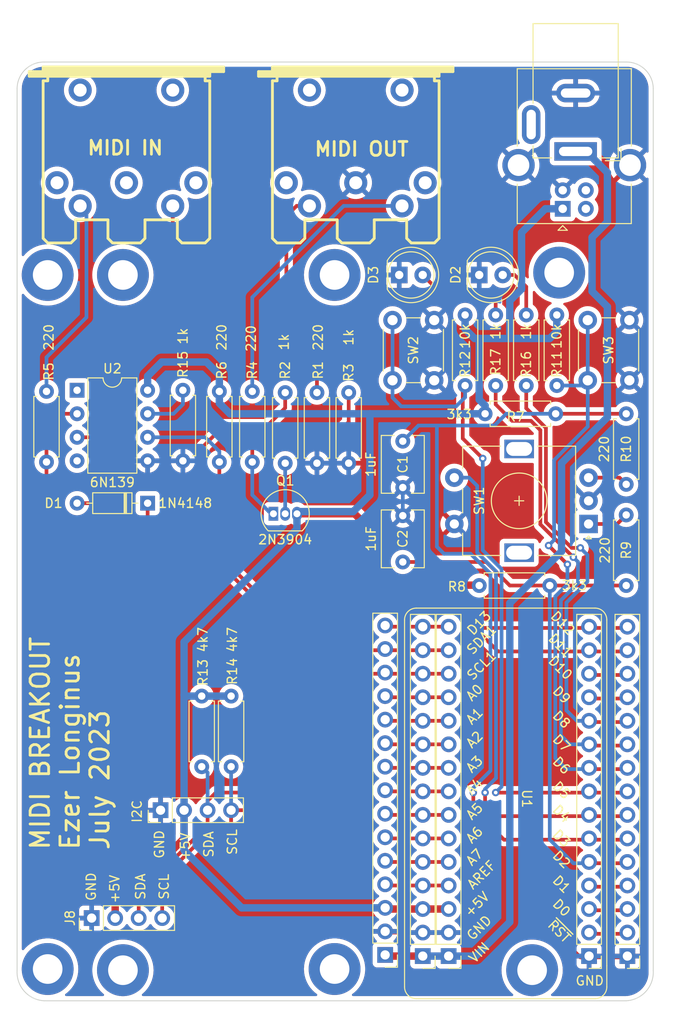
<source format=kicad_pcb>
(kicad_pcb (version 20211014) (generator pcbnew)
  (layers (0 "F.Cu" signal) (31 "B.Cu" signal) (34 "B.Paste" user) (35 "F.Paste" user) (36 "B.SilkS" user "B.Silkscreen") (37 "F.SilkS" user "F.Silkscreen") (38 "B.Mask" user) (39 "F.Mask" user) (44 "Edge.Cuts" user))
  (net 0 "")
  (net 1 "GND")
  (net 2 "+5V")
  (net 5 "Net-(J2-Pad5)")
  (net 8 "Net-(J2-Pad4)")
  (net 9 "TX1")
  (net 10 "RX1")
  (net 11 "Net-(D1-Pad1)")
  (net 12 "Net-(D1-Pad2)")
  (net 14 "Net-(J3-Pad4)")
  (net 19 "Net-(Q1-Pad1)")
  (net 20 "SDA1")
  (net 21 "SCL1")
  (net 22 "D3")
  (net 23 "D2")
  (net 24 "Net-(J5-Pad2)")
  (net 25 "Net-(J5-Pad3)")
  (net 26 "D4")
  (net 27 "Net-(J5-Pad4)")
  (net 28 "Net-(J5-Pad12)")
  (net 29 "Net-(J5-Pad13)")
  (net 30 "Net-(J6-Pad4)")
  (net 31 "Net-(J6-Pad5)")
  (net 32 "Net-(J6-Pad6)")
  (net 33 "Net-(J6-Pad7)")
  (net 34 "Net-(J6-Pad8)")
  (net 35 "Net-(J6-Pad9)")
  (net 36 "Net-(J6-Pad10)")
  (net 37 "Net-(J6-Pad11)")
  (net 38 "Net-(J6-Pad12)")
  (net 39 "Net-(J6-Pad15)")
  (net 40 "Net-(Q1-Pad2)")
  (net 41 "Net-(R15-Pad1)")
  (net 42 "D5")
  (net 43 "D6")
  (net 44 "+VDC")
  (net 46 "Net-(R9-Pad2)")
  (net 47 "Net-(R10-Pad2)")
  (net 48 "D7")
  (net 49 "D8")
  (net 50 "Net-(D2-Pad2)")
  (net 51 "Net-(D3-Pad2)")
  (footprint "Package_DIP:DIP-8_W7.62mm" (layer "F.Cu") (at 119.888 90.932)
    (fp_text reference "U2")
    (fp_text value "6N139")
  )
  (footprint "Diode_THT:D_DO-35_SOD27_P7.62mm_Horizontal" (layer "F.Cu") (at 127.508 103.124 180)
    (fp_text reference "D1")
    (fp_text value "1N4148")
  )
  (footprint "Connector_PinHeader_2.54mm:PinHeader_1x04_P2.54mm_Vertical" (layer "F.Cu") (at 128.905 136.271 90)
    (fp_text reference "J4")
    (fp_text value "I2C")
  )
  (footprint "Resistor_THT:R_Axial_DIN0207_L6.3mm_D2.5mm_P7.62mm_Horizontal" (layer "F.Cu") (at 179.197 93.472 -90)
    (fp_text reference "R10")
    (fp_text value "220")
  )
  (footprint "Connector_PinHeader_2.54mm:PinHeader_1x04_P2.54mm_Vertical" (layer "F.Cu") (at 121.463 147.916 90)
    (fp_text reference "J8")
    (fp_text value "I2C")
  )
  (footprint "LED_THT:LED_D5.0mm" (layer "F.Cu") (at 163.322 78.486)
    (fp_text reference "D2")
    (fp_text value "LED")
  )
  (footprint "Connector_BarrelJack:BarrelJack_GCT_DCJ200-10-A_Horizontal" (layer "F.Cu") (at 173.736 65.151 180)
    (fp_text reference "J7")
    (fp_text value "Barrel_Jack_Switch")
  )
  (footprint "Package_TO_SOT_THT:TO-92_Inline" (layer "F.Cu") (at 141.097 104.267)
    (fp_text reference "Q1")
    (fp_text value "2N3904")
  )
  (footprint "Connector_PinHeader_2.54mm:PinHeader_1x15_P2.54mm_Vertical" (layer "F.Cu") (at 179.324 152.019 180)
    (fp_text reference "J5")
    (fp_text value "Conn_01x15_Male")
  )
  (footprint "Resistor_THT:R_Axial_DIN0207_L6.3mm_D2.5mm_P7.62mm_Horizontal" (layer "F.Cu") (at 135.255 98.679 90)
    (fp_text reference "R6")
    (fp_text value "220")
  )
  (footprint "Resistor_THT:R_Axial_DIN0207_L6.3mm_D2.5mm_P7.62mm_Horizontal" (layer "F.Cu") (at 171.577 93.472 180)
    (fp_text reference "R7")
    (fp_text value "3k3")
  )
  (footprint "MountingHole:MountingHole_3.2mm_M3_DIN965_Pad" (layer "F.Cu") (at 171.958 78.232)
    (fp_text reference "H4")
    (fp_text value "MountingHole")
  )
  (footprint "Resistor_THT:R_Axial_DIN0207_L6.3mm_D2.5mm_P7.62mm_Horizontal" (layer "F.Cu") (at 145.796 91.186 -90)
    (fp_text reference "R1")
    (fp_text value "220")
  )
  (footprint "w_conn_av:din-5" (layer "F.Cu") (at 125.222 65.532 180)
    (fp_text reference "J3")
    (fp_text value "MIDI IN")
  )
  (footprint "Resistor_THT:R_Axial_DIN0207_L6.3mm_D2.5mm_P7.62mm_Horizontal" (layer "F.Cu") (at 165.1 90.424 90)
    (fp_text reference "R17")
    (fp_text value "1k")
  )
  (footprint "Resistor_THT:R_Axial_DIN0207_L6.3mm_D2.5mm_P7.62mm_Horizontal" (layer "F.Cu") (at 138.811 98.679 90)
    (fp_text reference "R4")
    (fp_text value "220")
  )
  (footprint "Resistor_THT:R_Axial_DIN0207_L6.3mm_D2.5mm_P7.62mm_Horizontal" (layer "F.Cu") (at 179.197 112.014 90)
    (fp_text reference "R9")
    (fp_text value "220")
  )
  (footprint "MountingHole:MountingHole_3.2mm_M3_DIN965_Pad" (layer "F.Cu") (at 147.701 153.416)
    (fp_text reference "H6")
    (fp_text value "MountingHole")
  )
  (footprint "MountingHole:MountingHole_3.2mm_M3_DIN965_Pad" (layer "F.Cu") (at 147.701 78.486)
    (fp_text reference "H8")
    (fp_text value "MountingHole")
  )
  (footprint "Resistor_THT:R_Axial_DIN0207_L6.3mm_D2.5mm_P7.62mm_Horizontal" (layer "F.Cu") (at 149.225 91.186 -90)
    (fp_text reference "R3")
    (fp_text value "1k")
  )
  (footprint "Resistor_THT:R_Axial_DIN0207_L6.3mm_D2.5mm_P7.62mm_Horizontal" (layer "F.Cu") (at 171.704 90.424 90)
    (fp_text reference "R11")
    (fp_text value "10k")
  )
  (footprint "Resistor_THT:R_Axial_DIN0207_L6.3mm_D2.5mm_P7.62mm_Horizontal" (layer "F.Cu") (at 116.586 91.059 -90)
    (fp_text reference "R5")
    (fp_text value "220")
  )
  (footprint "MountingHole:MountingHole_3.2mm_M3_DIN965_Pad" (layer "F.Cu") (at 169.037 153.035)
    (fp_text reference "H1")
    (fp_text value "MountingHole")
  )
  (footprint "Button_Switch_THT:SW_PUSH_6mm" (layer "F.Cu") (at 175.042 89.864 90)
    (fp_text reference "SW3")
    (fp_text value "SW_Push")
  )
  (footprint "LED_THT:LED_D5.0mm" (layer "F.Cu") (at 154.681 78.486)
    (fp_text reference "D3")
    (fp_text value "LED")
  )
  (footprint "Capacitor_THT:C_Disc_D6.0mm_W4.4mm_P5.00mm" (layer "F.Cu") (at 155.067 96.433 -90)
    (fp_text reference "C1")
    (fp_text value "1uF")
  )
  (footprint "Capacitor_THT:C_Disc_D6.0mm_W4.4mm_P5.00mm" (layer "F.Cu") (at 155.067 109.474 90)
    (fp_text reference "C2")
    (fp_text value "1uF")
  )
  (footprint "Resistor_THT:R_Axial_DIN0207_L6.3mm_D2.5mm_P7.62mm_Horizontal" (layer "F.Cu") (at 142.367 91.186 -90)
    (fp_text reference "R2")
    (fp_text value "1k")
  )
  (footprint "Connector_PinHeader_2.54mm:PinHeader_1x15_P2.54mm_Vertical" (layer "F.Cu") (at 160.02 152.019 180)
    (fp_text reference "J9")
    (fp_text value "Conn_01x15_Male")
  )
  (footprint "MountingHole:MountingHole_3.2mm_M3_DIN965_Pad" (layer "F.Cu") (at 116.713 153.416)
    (fp_text reference "H7")
    (fp_text value "MountingHole")
  )
  (footprint "w_conn_av:din-5" (layer "F.Cu") (at 149.987 65.532 180)
    (fp_text reference "J2")
    (fp_text value "MIDI OUT")
  )
  (footprint "MountingHole:MountingHole_3.2mm_M3_DIN965_Pad" (layer "F.Cu") (at 116.713 78.486)
    (fp_text reference "H5")
    (fp_text value "MountingHole")
  )
  (footprint "MountingHole:MountingHole_3.2mm_M3_DIN965_Pad" (layer "F.Cu") (at 124.841 78.486)
    (fp_text reference "H3")
    (fp_text value "MountingHole")
  )
  (footprint "Resistor_THT:R_Axial_DIN0207_L6.3mm_D2.5mm_P7.62mm_Horizontal" (layer "F.Cu") (at 168.402 90.424 90)
    (fp_text reference "R16")
    (fp_text value "1k")
  )
  (footprint "Resistor_THT:R_Axial_DIN0207_L6.3mm_D2.5mm_P7.62mm_Horizontal" (layer "F.Cu") (at 133.35 131.572 90)
    (fp_text reference "R13")
    (fp_text value "4k7")
  )
  (footprint "Resistor_THT:R_Axial_DIN0207_L6.3mm_D2.5mm_P7.62mm_Horizontal" (layer "F.Cu") (at 161.798 90.424 90)
    (fp_text reference "R12")
    (fp_text value "10k")
  )
  (footprint "Button_Switch_THT:SW_PUSH_6mm" (layer "F.Cu") (at 153.96 89.864 90)
    (fp_text reference "SW2")
    (fp_text value "SW_Push")
  )
  (footprint "Rotary_Encoder:RotaryEncoder_Alps_EC11E-Switch_Vertical_H20mm" (layer "F.Cu") (at 175.133 105.37 180)
    (fp_text reference "SW1")
    (fp_text value "RotaryEncoder_Switch")
  )
  (footprint "Resistor_THT:R_Axial_DIN0207_L6.3mm_D2.5mm_P7.62mm_Horizontal" (layer "F.Cu") (at 131.318 90.932 -90)
    (fp_text reference "R15")
    (fp_text value "1k")
  )
  (footprint "Resistor_THT:R_Axial_DIN0207_L6.3mm_D2.5mm_P7.62mm_Horizontal" (layer "F.Cu") (at 136.525 131.572 90)
    (fp_text reference "R14")
    (fp_text value "4k7")
  )
  (footprint "Connector_USB:USB_B_OST_USB-B1HSxx_Horizontal" (layer "F.Cu") (at 172.339 71.342 90)
    (fp_text reference "J1")
    (fp_text value "USB_B")
  )
  (footprint "MountingHole:MountingHole_3.2mm_M3_DIN965_Pad" (layer "F.Cu") (at 124.841 153.543)
    (fp_text reference "H2")
    (fp_text value "MountingHole")
  )
  (footprint "Resistor_THT:R_Axial_DIN0207_L6.3mm_D2.5mm_P7.62mm_Horizontal" (layer "F.Cu") (at 170.942 112.014 180)
    (fp_text reference "R8")
    (fp_text value "3k3")
  )
  (footprint "EzerLonginus:ATMega328pb_breakout" (layer "F.Cu") (at 166.1795 134.7724 180)
    (fp_text reference "U1")
    (fp_text value "ATMega328pb_breakout")
  )
  (footprint "Connector_PinHeader_2.54mm:PinHeader_1x15_P2.54mm_Vertical" (layer "F.Cu") (at 153.162 151.892 180)
    (fp_text reference "J6")
    (fp_text value "Conn_01x15_Male")
  )
  (gr_arc (start 179.197 55.499) (mid 181.249308 56.322791) (end 182.118 58.3565) (layer "Edge.Cuts") (width 0.1))
  (gr_line (start 113.411 153.6065) (end 113.411 58.3565) (layer "Edge.Cuts") (width 0.1))
  (gr_arc (start 116.332 156.845) (mid 114.200785 155.830709) (end 113.411 153.6065) (layer "Edge.Cuts") (width 0.1))
  (gr_line (start 179.197 156.845) (end 116.332 156.845) (layer "Edge.Cuts") (width 0.1))
  (gr_line (start 182.118 58.3565) (end 182.118 153.6065) (layer "Edge.Cuts") (width 0.1))
  (gr_line (start 116.332 55.499) (end 179.197 55.499) (layer "Edge.Cuts") (width 0.1))
  (gr_arc (start 113.411 58.3565) (mid 114.279692 56.322791) (end 116.332 55.499) (layer "Edge.Cuts") (width 0.1))
  (gr_arc (start 182.118 153.6065) (mid 181.328215 155.830709) (end 179.197 156.845) (layer "Edge.Cuts") (width 0.1))
  (gr_text "+5V" (at 123.952 144.78 90) (layer "F.SilkS") (effects (font (size 1 1))))
  (gr_text "GND\n" (at 175.26 154.686) (layer "F.SilkS") (effects (font (size 1 1))))
  (gr_text "D7" (at 172.212 129.032 -45) (layer "F.SilkS") (effects (font (size 1 1))))
  (gr_text "D0" (at 172.212 146.812 -45) (layer "F.SilkS") (effects (font (size 1 1))))
  (gr_text "+5V" (at 131.572 140.208 90) (layer "F.SilkS") (effects (font (size 1 1))))
  (gr_text "D3" (at 172.212 139.319 -45) (layer "F.SilkS") (effects (font (size 1 1))))
  (gr_text "A4" (at 162.814 133.731 45) (layer "F.SilkS") (effects (font (size 1 1))))
  (gr_text "A5" (at 162.814 136.398 45) (layer "F.SilkS") (effects (font (size 1 1))))
  (gr_text "D10" (at 172.085 120.904 -45) (layer "F.SilkS") (effects (font (size 1 1))))
  (gr_text "A3" (at 162.814 131.318 45) (layer "F.SilkS") (effects (font (size 1 1))))
  (gr_text "D8" (at 172.212 126.492 -45) (layer "F.SilkS") (effects (font (size 1 1))))
  (gr_text "AREF" (at 163.576 143.256 45) (layer "F.SilkS") (effects (font (size 1 1))))
  (gr_text "SCL1" (at 163.576 120.65 45) (layer "F.SilkS") (effects (font (size 1 1))))
  (gr_text "D13" (at 163.322 116.078 45) (layer "F.SilkS") (effects (font (size 1 1))))
  (gr_text "MIDI BREAKOUT\nEzer Longinus\nJuly 2023" (at 119.126 140.716 90) (layer "F.SilkS") (effects (font (size 2 2) (thickness 0.3)) (justify left)))
  (gr_text "A6" (at 162.814 138.938 45) (layer "F.SilkS") (effects (font (size 1 1))))
  (gr_text "D1" (at 172.212 144.272 -45) (layer "F.SilkS") (effects (font (size 1 1))))
  (gr_text "SDA" (at 126.746 144.526 90) (layer "F.SilkS") (effects (font (size 1 1))))
  (gr_text "D6" (at 172.212 131.445 -45) (layer "F.SilkS") (effects (font (size 1 1))))
  (gr_text "~{RST}" (at 171.958 149.352 -45) (layer "F.SilkS") (effects (font (size 1 1))))
  (gr_text "D12" (at 172.339 116.078 -45) (layer "F.SilkS") (effects (font (size 1 1))))
  (gr_text "D9" (at 172.212 123.825 -45) (layer "F.SilkS") (effects (font (size 1 1))))
  (gr_text "SCL" (at 129.286 144.526 90) (layer "F.SilkS") (effects (font (size 1 1))))
  (gr_text "A1" (at 162.814 126.111 45) (layer "F.SilkS") (effects (font (size 1 1))))
  (gr_text "D11" (at 172.085 118.491 -45) (layer "F.SilkS") (effects (font (size 1 1))))
  (gr_text "D4" (at 172.212 136.652 -45) (layer "F.SilkS") (effects (font (size 1 1))))
  (gr_text "+5V\n" (at 163.068 146.431 45) (layer "F.SilkS") (effects (font (size 1 1))))
  (gr_text "GND" (at 128.778 139.954 90) (layer "F.SilkS") (effects (font (size 1 1))))
  (gr_text "A7" (at 162.814 141.351 45) (layer "F.SilkS") (effects (font (size 1 1))))
  (gr_text "D5" (at 172.212 134.112 -45) (layer "F.SilkS") (effects (font (size 1 1))))
  (gr_text "A0" (at 162.814 123.571 45) (layer "F.SilkS") (effects (font (size 1 1))))
  (gr_text "SDA1" (at 163.576 117.856 45) (layer "F.SilkS") (effects (font (size 1 1))))
  (gr_text "GND" (at 163.322 148.971 45) (layer "F.SilkS") (effects (font (size 1 1))))
  (gr_text "GND" (at 121.412 144.526 90) (layer "F.SilkS") (effects (font (size 1 1))))
  (gr_text "VIN\n" (at 163.322 151.638 45) (layer "F.SilkS") (effects (font (size 1 1))))
  (gr_text "SDA" (at 134.112 139.954 90) (layer "F.SilkS") (effects (font (size 1 1))))
  (gr_text "SCL" (at 136.652 139.7 90) (layer "F.SilkS") (effects (font (size 1 1))))
  (gr_text "A2" (at 162.814 128.651 45) (layer "F.SilkS") (effects (font (size 1 1))))
  (gr_text "D2" (at 172.212 141.605 -45) (layer "F.SilkS") (effects (font (size 1 1))))
  (segment (start 174.252 152.154) (end 175.176 152.154) (width 0.4) (layer "F.Cu") (net 1))
  (segment (start 157.226 149.479) (end 171.577 149.479) (width 0.4) (layer "F.Cu") (net 1))
  (segment (start 179.189 152.154) (end 179.197 152.146) (width 0.4) (layer "F.Cu") (net 1))
  (segment (start 171.577 149.479) (end 174.252 152.154) (width 0.4) (layer "F.Cu") (net 1))
  (segment (start 153.162 149.479) (end 157.226 149.479) (width 0.4) (layer "F.Cu") (net 1))
  (segment (start 145.796 98.806) (end 149.225 98.806) (width 0.4) (layer "F.Cu") (net 1))
  (segment (start 175.176 152.154) (end 179.189 152.154) (width 0.4) (layer "F.Cu") (net 1))
  (segment (start 155.067 104.474) (end 155.067 101.433) (width 0.4) (layer "B.Cu") (net 1))
  (segment (start 160.02 146.939) (end 157.226 146.939) (width 0.8) (layer "F.Cu") (net 2))
  (segment (start 128.27 142.494) (end 125.73 142.494) (width 0.8) (layer "F.Cu") (net 2))
  (segment (start 149.86 104.267) (end 151.511 105.918) (width 0.8) (layer "F.Cu") (net 2))
  (segment (start 125.73 142.494) (end 124.003 144.221) (width 0.8) (layer "F.Cu") (net 2))
  (segment (start 153.543 111.976) (end 151.511 109.944) (width 0.8) (layer "F.Cu") (net 2))
  (segment (start 151.511 105.918) (end 151.511 109.944) (width 0.8) (layer "F.Cu") (net 2))
  (segment (start 131.445 136.271) (end 131.445 139.319) (width 0.8) (layer "F.Cu") (net 2))
  (segment (start 163.284 111.976) (end 153.543 111.976) (width 0.8) (layer "F.Cu") (net 2))
  (segment (start 163.322 112.014) (end 163.284 111.976) (width 0.8) (layer "F.Cu") (net 2))
  (segment (start 124.003 144.221) (end 124.003 147.916) (width 0.8) (layer "F.Cu") (net 2))
  (segment (start 131.445 139.319) (end 128.27 142.494) (width 0.8) (layer "F.Cu") (net 2))
  (segment (start 143.637 104.267) (end 149.86 104.267) (width 0.8) (layer "F.Cu") (net 2))
  (segment (start 157.226 146.939) (end 153.289 146.939) (width 0.8) (layer "F.Cu") (net 2))
  (segment (start 153.289 146.939) (end 153.162 146.812) (width 0.8) (layer "F.Cu") (net 2))
  (segment (start 131.445 118.11) (end 131.445 123.825) (width 0.8) (layer "B.Cu") (net 2))
  (segment (start 127.508 89.408) (end 129.032 87.884) (width 0.8) (layer "B.Cu") (net 2))
  (segment (start 163.957 92.583) (end 163.322 91.948) (width 0.8) (layer "B.Cu") (net 2))
  (segment (start 167.894 73.914) (end 167.894 80.01) (width 0.8) (layer "B.Cu") (net 2))
  (segment (start 170.942 85.344) (end 171.704 84.582) (width 0.8) (layer "B.Cu") (net 2))
  (segment (start 127.508 90.932) (end 127.508 89.408) (width 0.8) (layer "B.Cu") (net 2))
  (segment (start 163.957 93.472) (end 163.957 92.583) (width 0.8) (layer "B.Cu") (net 2))
  (segment (start 171.704 84.582) (end 171.704 82.804) (width 0.8) (layer "B.Cu") (net 2))
  (segment (start 149.712 104.034) (end 143.637 104.034) (width 0.8) (layer "B.Cu") (net 2))
  (segment (start 136.398 93.472) (end 151.511 93.472) (width 0.8) (layer "B.Cu") (net 2))
  (segment (start 161.798 84.328) (end 162.814 85.344) (width 0.8) (layer "B.Cu") (net 2))
  (segment (start 133.858 87.884) (end 135.255 89.281) (width 0.8) (layer "B.Cu") (net 2))
  (segment (start 135.255 92.329) (end 136.398 93.472) (width 0.8) (layer "B.Cu") (net 2))
  (segment (start 143.637 104.034) (end 143.637 105.918) (width 0.8) (layer "B.Cu") (net 2))
  (segment (start 162.814 85.344) (end 163.322 85.344) (width 0.8) (layer "B.Cu") (net 2))
  (segment (start 133.35 123.952) (end 131.572 123.952) (width 0.8) (layer "B.Cu") (net 2))
  (segment (start 163.957 93.472) (end 151.511 93.472) (width 0.8) (layer "B.Cu") (net 2))
  (segment (start 166.624 85.344) (end 170.942 85.344) (width 0.8) (layer "B.Cu") (net 2))
  (segment (start 131.445 136.271) (end 131.445 123.825) (width 0.8) (layer "B.Cu") (net 2))
  (segment (start 131.445 140.589) (end 137.668 146.812) (width 0.8) (layer "B.Cu") (net 2))
  (segment (start 163.322 91.948) (end 163.322 85.344) (width 0.8) (layer "B.Cu") (net 2))
  (segment (start 167.894 80.01) (end 166.624 81.28) (width 0.8) (layer "B.Cu") (net 2))
  (segment (start 151.511 102.235) (end 149.712 104.034) (width 0.8) (layer "B.Cu") (net 2))
  (segment (start 170.466 71.342) (end 167.894 73.914) (width 0.8) (layer "B.Cu") (net 2))
  (segment (start 143.637 105.918) (end 131.445 118.11) (width 0.8) (layer "B.Cu") (net 2))
  (segment (start 166.624 81.28) (end 166.624 85.344) (width 0.8) (layer "B.Cu") (net 2))
  (segment (start 133.35 123.952) (end 136.525 123.952) (width 0.8) (layer "B.Cu") (net 2))
  (segment (start 131.572 123.952) (end 131.445 123.825) (width 0.8) (layer "B.Cu") (net 2))
  (segment (start 135.255 91.059) (end 135.255 92.329) (width 0.8) (layer "B.Cu") (net 2))
  (segment (start 131.445 136.271) (end 131.445 140.589) (width 0.8) (layer "B.Cu") (net 2))
  (segment (start 161.798 82.804) (end 161.798 84.328) (width 0.8) (layer "B.Cu") (net 2))
  (segment (start 172.339 71.342) (end 170.466 71.342) (width 0.8) (layer "B.Cu") (net 2))
  (segment (start 135.255 89.281) (end 135.255 91.059) (width 0.8) (layer "B.Cu") (net 2))
  (segment (start 151.511 93.472) (end 151.511 102.235) (width 0.8) (layer "B.Cu") (net 2))
  (segment (start 137.668 146.812) (end 153.162 146.812) (width 0.8) (layer "B.Cu") (net 2))
  (segment (start 129.032 87.884) (end 133.858 87.884) (width 0.8) (layer "B.Cu") (net 2))
  (segment (start 163.322 85.344) (end 166.624 85.344) (width 0.8) (layer "B.Cu") (net 2))
  (segment (start 154.987 71.032) (end 148.678 71.032) (width 0.4) (layer "B.Cu") (net 5))
  (segment (start 138.811 80.899) (end 138.811 91.059) (width 0.4) (layer "B.Cu") (net 5))
  (segment (start 148.678 71.032) (end 138.811 80.899) (width 0.4) (layer "B.Cu") (net 5))
  (segment (start 143.598 71.032) (end 142.494 72.136) (width 0.4) (layer "F.Cu") (net 8))
  (segment (start 145.796 85.344) (end 142.494 82.042) (width 0.4) (layer "F.Cu") (net 8))
  (segment (start 145.796 91.186) (end 145.796 85.344) (width 0.4) (layer "F.Cu") (net 8))
  (segment (start 142.494 82.042) (end 142.494 72.136) (width 0.4) (layer "F.Cu") (net 8))
  (segment (start 144.987 71.032) (end 143.598 71.032) (width 0.4) (layer "F.Cu") (net 8))
  (segment (start 142.367 92.837) (end 142.367 91.186) (width 0.4) (layer "F.Cu") (net 9))
  (segment (start 139.065 113.411) (end 133.477 107.823) (width 0.4) (layer "F.Cu") (net 9))
  (segment (start 159.639 113.411) (end 139.065 113.411) (width 0.4) (layer "F.Cu") (net 9))
  (segment (start 179.189 119.134) (end 179.197 119.126) (width 0.4) (layer "F.Cu") (net 9))
  (segment (start 133.477 97.028) (end 135.763 94.742) (width 0.4) (layer "F.Cu") (net 9))
  (segment (start 140.462 94.742) (end 142.367 92.837) (width 0.4) (layer "F.Cu") (net 9))
  (segment (start 175.176 119.134) (end 165.362 119.134) (width 0.4) (layer "F.Cu") (net 9))
  (segment (start 175.176 119.134) (end 179.189 119.134) (width 0.4) (layer "F.Cu") (net 9))
  (segment (start 135.763 94.742) (end 140.462 94.742) (width 0.4) (layer "F.Cu") (net 9))
  (segment (start 165.362 119.134) (end 159.639 113.411) (width 0.4) (layer "F.Cu") (net 9))
  (segment (start 133.477 107.823) (end 133.477 97.028) (width 0.4) (layer "F.Cu") (net 9))
  (segment (start 175.176 116.594) (end 163.670528 116.594) (width 0.4) (layer "F.Cu") (net 10))
  (segment (start 139.278528 112.776) (end 135.255 108.752472) (width 0.4) (layer "F.Cu") (net 10))
  (segment (start 159.852528 112.776) (end 139.278528 112.776) (width 0.4) (layer "F.Cu") (net 10))
  (segment (start 163.670528 116.594) (end 159.852528 112.776) (width 0.4) (layer "F.Cu") (net 10))
  (segment (start 179.189 116.594) (end 179.197 116.586) (width 0.4) (layer "F.Cu") (net 10))
  (segment (start 135.255 108.752472) (end 135.255 98.679) (width 0.4) (layer "F.Cu") (net 10))
  (segment (start 175.176 116.594) (end 179.189 116.594) (width 0.4) (layer "F.Cu") (net 10))
  (segment (start 135.255 97.536) (end 135.255 98.679) (width 0.4) (layer "B.Cu") (net 10))
  (segment (start 127.508 96.012) (end 133.731 96.012) (width 0.4) (layer "B.Cu") (net 10))
  (segment (start 133.731 96.012) (end 135.255 97.536) (width 0.4) (layer "B.Cu") (net 10))
  (segment (start 118.11 106.172) (end 119.38 106.172) (width 0.4) (layer "F.Cu") (net 11))
  (segment (start 118.11 93.472) (end 116.586 94.996) (width 0.4) (layer "F.Cu") (net 11))
  (segment (start 127.508 103.124) (end 127.508 105.156) (width 0.4) (layer "F.Cu") (net 11))
  (segment (start 116.586 94.996) (end 116.586 98.679) (width 0.4) (layer "F.Cu") (net 11))
  (segment (start 119.888 93.472) (end 118.11 93.472) (width 0.4) (layer "F.Cu") (net 11))
  (segment (start 116.586 104.648) (end 118.11 106.172) (width 0.4) (layer "F.Cu") (net 11))
  (segment (start 116.586 98.679) (end 116.586 104.648) (width 0.4) (layer "F.Cu") (net 11))
  (segment (start 126.492 106.172) (end 119.38 106.172) (width 0.4) (layer "F.Cu") (net 11))
  (segment (start 127.508 105.156) (end 126.492 106.172) (width 0.4) (layer "F.Cu") (net 11))
  (segment (start 119.888 96.012) (end 122.428 96.012) (width 0.4) (layer "F.Cu") (net 12))
  (segment (start 122.428 102.108) (end 122.428 96.012) (width 0.4) (layer "F.Cu") (net 12))
  (segment (start 119.888 103.124) (end 121.412 103.124) (width 0.4) (layer "F.Cu") (net 12))
  (segment (start 130.222 81.614) (end 122.428 89.408) (width 0.4) (layer "F.Cu") (net 12))
  (segment (start 129.54 70.858) (end 129.333 70.651) (width 0.4) (layer "F.Cu") (net 12))
  (segment (start 121.412 103.124) (end 122.428 102.108) (width 0.4) (layer "F.Cu") (net 12))
  (segment (start 130.222 71.032) (end 130.222 81.614) (width 0.4) (layer "F.Cu") (net 12))
  (segment (start 129.333 70.659) (end 129.333 70.651) (width 0.4) (layer "F.Cu") (net 12))
  (segment (start 122.428 89.408) (end 122.428 96.012) (width 0.4) (layer "F.Cu") (net 12))
  (segment (start 120.904 71.714) (end 120.222 71.032) (width 0.4) (layer "B.Cu") (net 14))
  (segment (start 116.586 87.376) (end 120.904 83.058) (width 0.4) (layer "B.Cu") (net 14))
  (segment (start 116.586 91.059) (end 116.586 87.376) (width 0.4) (layer "B.Cu") (net 14))
  (segment (start 120.904 83.058) (end 120.904 71.714) (width 0.4) (layer "B.Cu") (net 14))
  (segment (start 147.828 95.758) (end 140.081 95.758) (width 0.4) (layer "F.Cu") (net 19))
  (segment (start 140.081 95.758) (end 138.811 97.028) (width 0.4) (layer "F.Cu") (net 19))
  (segment (start 138.811 97.028) (end 138.811 98.679) (width 0.4) (layer "F.Cu") (net 19))
  (segment (start 149.225 94.361) (end 147.828 95.758) (width 0.4) (layer "F.Cu") (net 19))
  (segment (start 149.225 91.186) (end 149.225 94.361) (width 0.4) (layer "F.Cu") (net 19))
  (segment (start 138.811 102.235) (end 140.61 104.034) (width 0.4) (layer "B.Cu") (net 19))
  (segment (start 140.61 104.034) (end 141.097 104.034) (width 0.4) (layer "B.Cu") (net 19))
  (segment (start 138.811 98.679) (end 138.811 102.235) (width 0.4) (layer "B.Cu") (net 19))
  (segment (start 126.543 145.35237) (end 133.985 137.91037) (width 0.4) (layer "F.Cu") (net 20))
  (segment (start 133.985 135.255) (end 133.985 136.271) (width 0.4) (layer "F.Cu") (net 20))
  (segment (start 160.02 118.999) (end 157.226 118.999) (width 0.4) (layer "F.Cu") (net 20))
  (segment (start 157.226 118.999) (end 151.257 118.999) (width 0.4) (layer "F.Cu") (net 20))
  (segment (start 148.249472 134.366) (end 134.874 134.366) (width 0.4) (layer "F.Cu") (net 20))
  (segment (start 134.874 134.366) (end 133.985 135.255) (width 0.4) (layer "F.Cu") (net 20))
  (segment (start 149.387 133.228472) (end 148.249472 134.366) (width 0.4) (layer "F.Cu") (net 20))
  (segment (start 151.257 118.999) (end 149.387 120.869) (width 0.4) (layer "F.Cu") (net 20))
  (segment (start 133.985 137.91037) (end 133.985 136.271) (width 0.4) (layer "F.Cu") (net 20))
  (segment (start 126.543 147.916) (end 126.543 145.35237) (width 0.4) (layer "F.Cu") (net 20))
  (segment (start 149.387 120.869) (end 149.387 133.228472) (width 0.4) (layer "F.Cu") (net 20))
  (segment (start 133.985 136.271) (end 133.985 132.207) (width 0.4) (layer "B.Cu") (net 20))
  (segment (start 133.985 132.207) (end 133.35 131.572) (width 0.4) (layer "B.Cu") (net 20))
  (segment (start 133.297898 139.446) (end 134.874 139.446) (width 0.4) (layer "F.Cu") (net 21))
  (segment (start 149.987 123.19) (end 151.638 121.539) (width 0.4) (layer "F.Cu") (net 21))
  (segment (start 147.193 136.271) (end 149.987 133.477) (width 0.4) (layer "F.Cu") (net 21))
  (segment (start 136.525 136.271) (end 147.193 136.271) (width 0.4) (layer "F.Cu") (net 21))
  (segment (start 129.083 143.660898) (end 133.297898 139.446) (width 0.4) (layer "F.Cu") (net 21))
  (segment (start 129.083 147.916) (end 129.083 143.660898) (width 0.4) (layer "F.Cu") (net 21))
  (segment (start 136.525 137.795) (end 136.525 136.271) (width 0.4) (layer "F.Cu") (net 21))
  (segment (start 134.874 139.446) (end 136.525 137.795) (width 0.4) (layer "F.Cu") (net 21))
  (segment (start 149.987 133.477) (end 149.987 123.19) (width 0.4) (layer "F.Cu") (net 21))
  (segment (start 151.638 121.539) (end 157.226 121.539) (width 0.4) (layer "F.Cu") (net 21))
  (segment (start 160.02 121.539) (end 157.226 121.539) (width 0.4) (layer "F.Cu") (net 21))
  (segment (start 136.525 131.572) (end 136.525 136.271) (width 0.4) (layer "B.Cu") (net 21))
  (segment (start 179.197 93.472) (end 171.577 93.472) (width 0.4) (layer "F.Cu") (net 22))
  (segment (start 175.176 139.454) (end 165.997 139.454) (width 0.4) (layer "F.Cu") (net 22))
  (segment (start 175.176 139.454) (end 179.189 139.454) (width 0.4) (layer "F.Cu") (net 22))
  (segment (start 162.687 136.144) (end 162.687 134.366) (width 0.4) (layer "F.Cu") (net 22))
  (segment (start 165.997 139.454) (end 162.687 136.144) (width 0.4) (layer "F.Cu") (net 22))
  (segment (start 179.189 139.454) (end 179.197 139.446) (width 0.4) (layer "F.Cu") (net 22))
  (via (at 162.687 134.366) (size 0.8) (drill 0.4) (layers "F.Cu" "B.Cu") (net 22))
  (segment (start 158.75 94.742) (end 164.973 94.742) (width 0.4) (layer "B.Cu") (net 22))
  (segment (start 162.687 133.858) (end 164.535 132.01) (width 0.4) (layer "B.Cu") (net 22))
  (segment (start 162.386944 108.585) (end 159.512 108.585) (width 0.4) (layer "B.Cu") (net 22))
  (segment (start 155.067 96.433) (end 156.758 94.742) (width 0.4) (layer "B.Cu") (net 22))
  (segment (start 164.973 94.742) (end 166.243 93.472) (width 0.4) (layer "B.Cu") (net 22))
  (segment (start 158.75 107.823) (end 158.75 94.742) (width 0.4) (layer "B.Cu") (net 22))
  (segment (start 156.758 94.742) (end 158.75 94.742) (width 0.4) (layer "B.Cu") (net 22))
  (segment (start 166.243 93.472) (end 171.577 93.472) (width 0.4) (layer "B.Cu") (net 22))
  (segment (start 159.512 108.585) (end 158.75 107.823) (width 0.4) (layer "B.Cu") (net 22))
  (segment (start 162.687 134.366) (end 162.687 133.858) (width 0.4) (layer "B.Cu") (net 22))
  (segment (start 164.535 110.733056) (end 162.386944 108.585) (width 0.4) (layer "B.Cu") (net 22))
  (segment (start 164.535 132.01) (end 164.535 110.733056) (width 0.4) (layer "B.Cu") (net 22))
  (segment (start 179.197 112.014) (end 170.942 112.014) (width 0.4) (layer "F.Cu") (net 23))
  (segment (start 175.176 141.994) (end 179.189 141.994) (width 0.4) (layer "F.Cu") (net 23))
  (segment (start 179.189 141.994) (end 179.197 141.986) (width 0.4) (layer "F.Cu") (net 23))
  (segment (start 155.067 109.474) (end 164.084 109.474) (width 0.4) (layer "F.Cu") (net 23))
  (segment (start 166.624 112.014) (end 170.942 112.014) (width 0.4) (layer "F.Cu") (net 23))
  (segment (start 164.084 109.474) (end 166.624 112.014) (width 0.4) (layer "F.Cu") (net 23))
  (segment (start 170.942 112.014) (end 170.942 139.446) (width 0.4) (layer "B.Cu") (net 23))
  (segment (start 170.942 139.446) (end 173.49 141.994) (width 0.4) (layer "B.Cu") (net 23))
  (segment (start 173.49 141.994) (end 175.176 141.994) (width 0.4) (layer "B.Cu") (net 23))
  (segment (start 175.176 149.614) (end 179.189 149.614) (width 0.4) (layer "F.Cu") (net 24))
  (segment (start 179.189 149.614) (end 179.197 149.606) (width 0.4) (layer "F.Cu") (net 24))
  (segment (start 179.189 147.074) (end 179.197 147.066) (width 0.4) (layer "F.Cu") (net 25))
  (segment (start 175.176 147.074) (end 179.189 147.074) (width 0.4) (layer "F.Cu") (net 25))
  (segment (start 175.176 136.914) (end 165.235 136.914) (width 0.4) (layer "F.Cu") (net 26))
  (segment (start 163.957 135.636) (end 163.957 134.366) (width 0.4) (layer "F.Cu") (net 26))
  (segment (start 165.235 136.914) (end 163.957 135.636) (width 0.4) (layer "F.Cu") (net 26))
  (segment (start 179.189 136.914) (end 179.197 136.906) (width 0.4) (layer "F.Cu") (net 26))
  (segment (start 175.176 136.914) (end 179.189 136.914) (width 0.4) (layer "F.Cu") (net 26))
  (via (at 163.957 134.366) (size 0.8) (drill 0.4) (layers "F.Cu" "B.Cu") (net 26))
  (segment (start 163.103 108.452528) (end 163.103 101.254) (width 0.4) (layer "B.Cu") (net 26))
  (segment (start 163.957 134.366) (end 163.957 133.985) (width 0.4) (layer "B.Cu") (net 26))
  (segment (start 163.957 133.985) (end 165.135 132.807) (width 0.4) (layer "B.Cu") (net 26))
  (segment (start 162.219 100.37) (end 160.633 100.37) (width 0.4) (layer "B.Cu") (net 26))
  (segment (start 163.103 101.254) (end 162.219 100.37) (width 0.4) (layer "B.Cu") (net 26))
  (segment (start 165.135 132.807) (end 165.135 110.484528) (width 0.4) (layer "B.Cu") (net 26))
  (segment (start 165.135 110.484528) (end 163.103 108.452528) (width 0.4) (layer "B.Cu") (net 26))
  (segment (start 175.176 144.534) (end 179.189 144.534) (width 0.4) (layer "F.Cu") (net 27))
  (segment (start 179.189 144.534) (end 179.197 144.526) (width 0.4) (layer "F.Cu") (net 27))
  (segment (start 175.176 124.214) (end 179.189 124.214) (width 0.4) (layer "F.Cu") (net 28))
  (segment (start 179.189 124.214) (end 179.197 124.206) (width 0.4) (layer "F.Cu") (net 28))
  (segment (start 179.189 121.674) (end 179.197 121.666) (width 0.4) (layer "F.Cu") (net 29))
  (segment (start 175.176 121.674) (end 179.189 121.674) (width 0.4) (layer "F.Cu") (net 29))
  (segment (start 160.02 144.399) (end 157.226 144.399) (width 0.4) (layer "F.Cu") (net 30))
  (segment (start 153.162 144.399) (end 157.226 144.399) (width 0.4) (layer "F.Cu") (net 30))
  (segment (start 153.162 141.859) (end 157.226 141.859) (width 0.4) (layer "F.Cu") (net 31))
  (segment (start 160.02 141.859) (end 157.226 141.859) (width 0.4) (layer "F.Cu") (net 31))
  (segment (start 160.02 139.319) (end 157.226 139.319) (width 0.4) (layer "F.Cu") (net 32))
  (segment (start 153.162 139.319) (end 157.226 139.319) (width 0.4) (layer "F.Cu") (net 32))
  (segment (start 160.02 136.779) (end 157.226 136.779) (width 0.4) (layer "F.Cu") (net 33))
  (segment (start 153.162 136.779) (end 157.226 136.779) (width 0.4) (layer "F.Cu") (net 33))
  (segment (start 153.162 134.239) (end 157.226 134.239) (width 0.4) (layer "F.Cu") (net 34))
  (segment (start 160.02 134.239) (end 157.226 134.239) (width 0.4) (layer "F.Cu") (net 34))
  (segment (start 160.02 131.699) (end 157.226 131.699) (width 0.4) (layer "F.Cu") (net 35))
  (segment (start 153.162 131.699) (end 157.226 131.699) (width 0.4) (layer "F.Cu") (net 35))
  (segment (start 160.02 129.159) (end 157.226 129.159) (width 0.4) (layer "F.Cu") (net 36))
  (segment (start 153.162 129.159) (end 157.226 129.159) (width 0.4) (layer "F.Cu") (net 36))
  (segment (start 153.162 126.619) (end 157.226 126.619) (width 0.4) (layer "F.Cu") (net 37))
  (segment (start 160.02 126.619) (end 157.226 126.619) (width 0.4) (layer "F.Cu") (net 37))
  (segment (start 153.162 124.079) (end 157.226 124.079) (width 0.4) (layer "F.Cu") (net 38))
  (segment (start 160.02 124.079) (end 157.226 124.079) (width 0.4) (layer "F.Cu") (net 38))
  (segment (start 160.02 116.459) (end 157.226 116.459) (width 0.4) (layer "F.Cu") (net 39))
  (segment (start 153.162 116.459) (end 157.226 116.459) (width 0.4) (layer "F.Cu") (net 39))
  (segment (start 142.367 98.806) (end 142.367 104.034) (width 0.4) (layer "B.Cu") (net 40))
  (segment (start 131.318 92.456) (end 131.318 90.932) (width 0.4) (layer "B.Cu") (net 41))
  (segment (start 127.508 93.472) (end 130.302 93.472) (width 0.4) (layer "B.Cu") (net 41))
  (segment (start 130.302 93.472) (end 131.318 92.456) (width 0.4) (layer "B.Cu") (net 41))
  (segment (start 161.544 90.678) (end 161.798 90.424) (width 0.4) (layer "F.Cu") (net 42))
  (segment (start 161.544 96.139) (end 161.544 90.678) (width 0.4) (layer "F.Cu") (net 42))
  (segment (start 175.176 134.374) (end 165.108 134.374) (width 0.4) (layer "F.Cu") (net 42))
  (segment (start 163.703 98.298) (end 161.544 96.139) (width 0.4) (layer "F.Cu") (net 42))
  (segment (start 165.108 134.374) (end 165.1 134.366) (width 0.4) (layer "F.Cu") (net 42))
  (segment (start 175.176 134.374) (end 179.189 134.374) (width 0.4) (layer "F.Cu") (net 42))
  (segment (start 179.189 134.374) (end 179.197 134.366) (width 0.4) (layer "F.Cu") (net 42))
  (via (at 165.1 134.366) (size 0.8) (drill 0.4) (layers "F.Cu" "B.Cu") (net 42))
  (via (at 163.703 98.298) (size 0.8) (drill 0.4) (layers "F.Cu" "B.Cu") (net 42))
  (segment (start 165.1 134.366) (end 165.735 133.731) (width 0.4) (layer "B.Cu") (net 42))
  (segment (start 165.735 133.731) (end 165.735 110.236) (width 0.4) (layer "B.Cu") (net 42))
  (segment (start 161.798 91.694) (end 161.798 90.424) (width 0.4) (layer "B.Cu") (net 42))
  (segment (start 153.96 87.594) (end 153.96 89.939) (width 0.4) (layer "B.Cu") (net 42))
  (segment (start 153.96 83.439) (end 153.96 87.594) (width 0.4) (layer "B.Cu") (net 42))
  (segment (start 163.703 108.204) (end 163.703 98.298) (width 0.4) (layer "B.Cu") (net 42))
  (segment (start 154.902 92.672) (end 160.82 92.672) (width 0.4) (layer "B.Cu") (net 42))
  (segment (start 153.96 89.864) (end 153.96 91.73) (width 0.4) (layer "B.Cu") (net 42))
  (segment (start 160.82 92.672) (end 161.798 91.694) (width 0.4) (layer "B.Cu") (net 42))
  (segment (start 153.96 91.73) (end 154.902 92.672) (width 0.4) (layer "B.Cu") (net 42))
  (segment (start 165.735 110.236) (end 163.703 108.204) (width 0.4) (layer "B.Cu") (net 42))
  (segment (start 179.189 131.834) (end 179.197 131.826) (width 0.4) (layer "F.Cu") (net 43))
  (segment (start 175.176 131.834) (end 179.189 131.834) (width 0.4) (layer "F.Cu") (net 43))
  (segment (start 172.847 109.728) (end 170.815 107.696) (width 0.4) (layer "F.Cu") (net 43))
  (via (at 170.815 107.696) (size 0.8) (drill 0.4) (layers "F.Cu" "B.Cu") (net 43))
  (via (at 172.847 109.728) (size 0.8) (drill 0.4) (layers "F.Cu" "B.Cu") (net 43))
  (segment (start 175.042 89.864) (end 175.042 94.84463) (width 0.4) (layer "B.Cu") (net 43))
  (segment (start 171.542 113.192) (end 172.847 111.887) (width 0.4) (layer "B.Cu") (net 43))
  (segment (start 172.847 111.887) (end 172.847 109.728) (width 0.4) (layer "B.Cu") (net 43))
  (segment (start 172.728 131.834) (end 171.542 130.648) (width 0.4) (layer "B.Cu") (net 43))
  (segment (start 174.482 90.424) (end 175.042 89.864) (width 0.4) (layer "B.Cu") (net 43))
  (segment (start 175.042 94.84463) (end 171.412 98.47463) (width 0.4) (layer "B.Cu") (net 43))
  (segment (start 175.176 131.834) (end 172.728 131.834) (width 0.4) (layer "B.Cu") (net 43))
  (segment (start 171.542 130.648) (end 171.542 113.192) (width 0.4) (layer "B.Cu") (net 43))
  (segment (start 171.704 90.424) (end 174.482 90.424) (width 0.4) (layer "B.Cu") (net 43))
  (segment (start 171.412 98.47463) (end 171.412 107.099) (width 0.4) (layer "B.Cu") (net 43))
  (segment (start 175.042 83.364) (end 175.042 89.864) (width 0.4) (layer "B.Cu") (net 43))
  (segment (start 171.412 107.099) (end 170.815 107.696) (width 0.4) (layer "B.Cu") (net 43))
  (segment (start 157.226 152.019) (end 153.162 152.019) (width 0.8) (layer "F.Cu") (net 44))
  (segment (start 177.165 93.853) (end 177.165 81.915) (width 0.8) (layer "B.Cu") (net 44))
  (segment (start 172.212 98.806) (end 177.165 93.853) (width 0.8) (layer "B.Cu") (net 44))
  (segment (start 160.02 152.019) (end 162.941 152.019) (width 0.8) (layer "B.Cu") (net 44))
  (segment (start 175.514 74.422) (end 177.165 72.771) (width 0.8) (layer "B.Cu") (net 44))
  (segment (start 166.624 148.336) (end 166.624 113.919) (width 0.8) (layer "B.Cu") (net 44))
  (segment (start 177.165 72.771) (end 177.165 67.437) (width 0.8) (layer "B.Cu") (net 44))
  (segment (start 162.941 152.019) (end 166.624 148.336) (width 0.8) (layer "B.Cu") (net 44))
  (segment (start 166.624 113.919) (end 172.212 108.331) (width 0.8) (layer "B.Cu") (net 44))
  (segment (start 172.212 108.331) (end 172.212 98.806) (width 0.8) (layer "B.Cu") (net 44))
  (segment (start 157.226 152.019) (end 160.274 152.019) (width 0.8) (layer "B.Cu") (net 44))
  (segment (start 177.165 67.437) (end 174.879 65.151) (width 0.8) (layer "B.Cu") (net 44))
  (segment (start 175.514 80.264) (end 175.514 74.422) (width 0.8) (layer "B.Cu") (net 44))
  (segment (start 174.879 65.151) (end 173.736 65.151) (width 0.8) (layer "B.Cu") (net 44))
  (segment (start 177.165 81.915) (end 175.514 80.264) (width 0.8) (layer "B.Cu") (net 44))
  (segment (start 175.133 105.37) (end 178.221 105.37) (width 0.4) (layer "F.Cu") (net 46))
  (segment (start 178.221 105.37) (end 179.197 104.394) (width 0.4) (layer "F.Cu") (net 46))
  (segment (start 175.133 100.37) (end 178.475 100.37) (width 0.4) (layer "F.Cu") (net 47))
  (segment (start 178.475 100.37) (end 179.197 101.092) (width 0.4) (layer "F.Cu") (net 47))
  (segment (start 166.878 94.234) (end 165.1 92.456) (width 0.4) (layer "F.Cu") (net 48))
  (segment (start 168.91 94.234) (end 166.878 94.234) (width 0.4) (layer "F.Cu") (net 48))
  (segment (start 179.189 129.294) (end 179.197 129.286) (width 0.4) (layer "F.Cu") (net 48))
  (segment (start 169.926 95.25) (end 168.91 94.234) (width 0.4) (layer "F.Cu") (net 48))
  (segment (start 169.926 105.41) (end 169.926 95.25) (width 0.4) (layer "F.Cu") (net 48))
  (segment (start 175.176 129.294) (end 179.189 129.294) (width 0.4) (layer "F.Cu") (net 48))
  (segment (start 173.486866 108.960161) (end 173.476161 108.960161) (width 0.4) (layer "F.Cu") (net 48))
  (segment (start 165.1 92.456) (end 165.1 90.424) (width 0.4) (layer "F.Cu") (net 48))
  (segment (start 173.476161 108.960161) (end 169.926 105.41) (width 0.4) (layer "F.Cu") (net 48))
  (via (at 173.486866 108.960161) (size 0.8) (drill 0.4) (layers "F.Cu" "B.Cu") (net 48))
  (segment (start 172.212 128.27) (end 172.142 128.2) (width 0.4) (layer "B.Cu") (net 48))
  (segment (start 172.142 113.608) (end 173.99 111.76) (width 0.4) (layer "B.Cu") (net 48))
  (segment (start 173.99 109.463295) (end 173.486866 108.960161) (width 0.4) (layer "B.Cu") (net 48))
  (segment (start 173.101 129.159) (end 172.212 128.27) (width 0.4) (layer "B.Cu") (net 48))
  (segment (start 172.142 128.2) (end 172.142 113.608) (width 0.4) (layer "B.Cu") (net 48))
  (segment (start 173.99 111.76) (end 173.99 109.463295) (width 0.4) (layer "B.Cu") (net 48))
  (segment (start 175.1873 129.159) (end 173.101 129.159) (width 0.4) (layer "B.Cu") (net 48))
  (segment (start 168.402 92.877472) (end 170.526 95.001472) (width 0.4) (layer "F.Cu") (net 49))
  (segment (start 170.526 105.161472) (end 173.314528 107.95) (width 0.4) (layer "F.Cu") (net 49))
  (segment (start 168.402 90.424) (end 168.402 92.877472) (width 0.4) (layer "F.Cu") (net 49))
  (segment (start 173.314528 107.95) (end 174.244 107.95) (width 0.4) (layer "F.Cu") (net 49))
  (segment (start 170.526 96.774) (end 170.526 105.161472) (width 0.4) (layer "F.Cu") (net 49))
  (segment (start 179.189 126.754) (end 179.197 126.746) (width 0.4) (layer "F.Cu") (net 49))
  (segment (start 170.526 95.001472) (end 170.526 96.774) (width 0.4) (layer "F.Cu") (net 49))
  (segment (start 175.176 126.754) (end 179.189 126.754) (width 0.4) (layer "F.Cu") (net 49))
  (via (at 174.244 107.95) (size 0.8) (drill 0.4) (layers "F.Cu" "B.Cu") (net 49))
  (segment (start 172.742 125.498) (end 173.863 126.619) (width 0.4) (layer "B.Cu") (net 49))
  (segment (start 175.006 111.592528) (end 172.742 113.856528) (width 0.4) (layer "B.Cu") (net 49))
  (segment (start 175.006 108.712) (end 175.006 111.592528) (width 0.4) (layer "B.Cu") (net 49))
  (segment (start 172.742 113.856528) (end 172.742 125.498) (width 0.4) (layer "B.Cu") (net 49))
  (segment (start 174.244 107.95) (end 175.006 108.712) (width 0.4) (layer "B.Cu") (net 49))
  (segment (start 173.863 126.619) (end 175.1873 126.619) (width 0.4) (layer "B.Cu") (net 49))
  (segment (start 168.402 79.756) (end 168.402 82.804) (width 0.4) (layer "F.Cu") (net 50))
  (segment (start 167.132 78.486) (end 168.402 79.756) (width 0.4) (layer "F.Cu") (net 50))
  (segment (start 165.862 78.486) (end 167.132 78.486) (width 0.4) (layer "F.Cu") (net 50))
  (segment (start 164.338 80.518) (end 165.1 81.28) (width 0.4) (layer "F.Cu") (net 51))
  (segment (start 159.253 80.518) (end 164.338 80.518) (width 0.4) (layer "F.Cu") (net 51))
  (segment (start 165.1 81.28) (end 165.1 82.804) (width 0.4) (layer "F.Cu") (net 51))
  (segment (start 157.221 78.486) (end 159.253 80.518) (width 0.4) (layer "F.Cu") (net 51))
  (zone (net 1) (net_name "GND") (layer "F.Cu") (connect_pads (clearance 0.508)) (min_thickness 0.254) (fill yes (thermal_gap 0.508) (thermal_bridge_width 0.508))
    (polygon (pts (xy 183.515 159.385) (xy 112.395 159.385) (xy 112.395 55.245) (xy 183.515 55.245)))
  )
  (zone (net 1) (net_name "GND") (layer "B.Cu") (connect_pads (clearance 0.508)) (min_thickness 0.254) (fill yes (thermal_gap 0.508) (thermal_bridge_width 0.508))
    (polygon (pts (xy 183.515 159.385) (xy 112.395 159.385) (xy 112.395 55.245) (xy 183.515 55.245)))
  )
)
</source>
